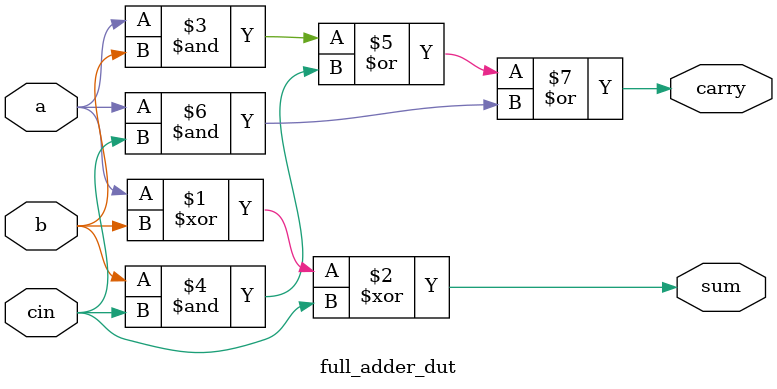
<source format=sv>
module full_adder_dut (
    input  logic a,
    input  logic b,
    input  logic cin,
    output logic sum,
    output logic carry
);

    assign sum   = a ^ b ^ cin;
    assign carry = (a & b) | (b & cin) | (a & cin);

endmodule

</source>
